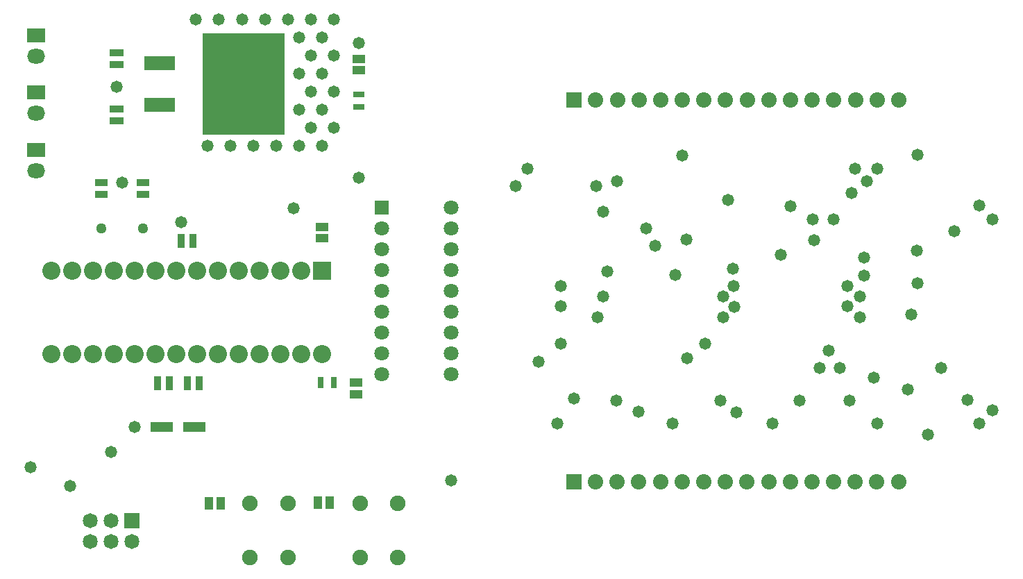
<source format=gts>
G04*
G04 #@! TF.GenerationSoftware,Altium Limited,Altium Designer,24.5.2 (23)*
G04*
G04 Layer_Color=8388736*
%FSLAX44Y44*%
%MOMM*%
G71*
G04*
G04 #@! TF.SameCoordinates,1EBED2E9-880A-465B-A16B-BDCA1ABA21D8*
G04*
G04*
G04 #@! TF.FilePolarity,Negative*
G04*
G01*
G75*
%ADD24R,1.6532X0.9532*%
%ADD25R,1.5532X1.0032*%
%ADD26R,2.7032X1.2032*%
%ADD27R,1.3532X0.7532*%
%ADD28R,0.7532X1.3532*%
%ADD29R,0.9532X1.6532*%
%ADD30R,1.5532X0.9532*%
%ADD31R,1.0032X1.5532*%
%ADD32R,3.7032X1.8032*%
%ADD33R,9.9532X12.4032*%
%ADD34R,1.8032X1.8032*%
%ADD35C,1.8032*%
%ADD36O,2.2032X1.8032*%
%ADD37R,2.2032X2.2032*%
%ADD38C,2.2032*%
%ADD39C,1.8732*%
%ADD40R,1.8732X1.8732*%
%ADD41C,1.9032*%
%ADD42C,1.8232*%
%ADD43R,1.8232X1.8232*%
%ADD44C,1.2782*%
%ADD45R,2.2032X1.8032*%
%ADD46C,1.4732*%
D24*
X154000Y631750D02*
D03*
Y646250D02*
D03*
X154000Y578250D02*
D03*
Y563750D02*
D03*
D25*
X405000Y420000D02*
D03*
Y434000D02*
D03*
X446000Y244000D02*
D03*
Y230000D02*
D03*
X450000Y625000D02*
D03*
Y639000D02*
D03*
D26*
X209000Y190000D02*
D03*
X249000D02*
D03*
D27*
X450000Y595750D02*
D03*
Y580250D02*
D03*
D28*
X418750Y244000D02*
D03*
X403250D02*
D03*
D29*
X240750Y243000D02*
D03*
X255250D02*
D03*
X247250Y417000D02*
D03*
X232750D02*
D03*
X218250Y243000D02*
D03*
X203750D02*
D03*
D30*
X186400Y488000D02*
D03*
Y474000D02*
D03*
X135600Y488000D02*
D03*
Y474000D02*
D03*
D31*
X267000Y97000D02*
D03*
X281000D02*
D03*
X400000Y98000D02*
D03*
X414000D02*
D03*
D32*
X206625Y582600D02*
D03*
Y633400D02*
D03*
D33*
X309375Y608000D02*
D03*
D34*
X477500Y457350D02*
D03*
D35*
Y431950D02*
D03*
Y406550D02*
D03*
Y381150D02*
D03*
Y355750D02*
D03*
Y330350D02*
D03*
Y304950D02*
D03*
Y279550D02*
D03*
Y254150D02*
D03*
X562500Y457350D02*
D03*
Y431950D02*
D03*
Y406550D02*
D03*
Y381150D02*
D03*
Y355750D02*
D03*
Y330350D02*
D03*
Y304950D02*
D03*
Y279550D02*
D03*
Y254150D02*
D03*
D36*
X56000Y572600D02*
D03*
X56000Y642600D02*
D03*
X56000Y502600D02*
D03*
D37*
X405100Y380800D02*
D03*
D38*
X379700D02*
D03*
X354300D02*
D03*
X328900D02*
D03*
X303500D02*
D03*
X278100D02*
D03*
X252700D02*
D03*
X227300D02*
D03*
X201900D02*
D03*
X176500D02*
D03*
X151100D02*
D03*
X125700D02*
D03*
X100300D02*
D03*
X74900D02*
D03*
X405100Y279200D02*
D03*
X379700D02*
D03*
X354300D02*
D03*
X328900D02*
D03*
X303500D02*
D03*
X278100D02*
D03*
X252700D02*
D03*
X227300D02*
D03*
X201900D02*
D03*
X176500D02*
D03*
X151100D02*
D03*
X125700D02*
D03*
X100300D02*
D03*
X74900D02*
D03*
D39*
X1108227Y588970D02*
D03*
X1081827D02*
D03*
X1055427D02*
D03*
X1029027D02*
D03*
X1002627D02*
D03*
X976227D02*
D03*
X949827D02*
D03*
X923427D02*
D03*
X897027D02*
D03*
X870627D02*
D03*
X844227D02*
D03*
X817827D02*
D03*
X791427D02*
D03*
X765027D02*
D03*
X738627D02*
D03*
X1108000Y123000D02*
D03*
X1081600D02*
D03*
X1055200D02*
D03*
X1028800D02*
D03*
X1002400D02*
D03*
X976000D02*
D03*
X949600D02*
D03*
X923200D02*
D03*
X896800D02*
D03*
X870400D02*
D03*
X844000D02*
D03*
X817600D02*
D03*
X791200D02*
D03*
X764800D02*
D03*
X738400D02*
D03*
D40*
X712227Y588970D02*
D03*
X712000Y123000D02*
D03*
D41*
X317000Y31000D02*
D03*
X363000D02*
D03*
X317000Y97000D02*
D03*
X363000D02*
D03*
X451000Y31000D02*
D03*
X497000D02*
D03*
X451000Y97000D02*
D03*
X497000D02*
D03*
D42*
X121600Y75700D02*
D03*
X172400Y50300D02*
D03*
X147000D02*
D03*
X121600D02*
D03*
X147000Y75700D02*
D03*
D43*
X172400D02*
D03*
D44*
X135600Y432000D02*
D03*
X186400D02*
D03*
D45*
X56000Y668000D02*
D03*
X56000Y598000D02*
D03*
Y528000D02*
D03*
D46*
X154000Y605000D02*
D03*
X176000Y190000D02*
D03*
X1003000Y443070D02*
D03*
X450000Y658000D02*
D03*
X233000Y440000D02*
D03*
X370000Y457000D02*
D03*
X265000Y533000D02*
D03*
X293000D02*
D03*
X321000D02*
D03*
X349000D02*
D03*
X377000D02*
D03*
X405000D02*
D03*
X377000Y577000D02*
D03*
X391000Y599000D02*
D03*
X419000D02*
D03*
X405000Y577000D02*
D03*
X391000Y555000D02*
D03*
X419000D02*
D03*
X405000Y621000D02*
D03*
X377000D02*
D03*
X419000Y643000D02*
D03*
X377000Y665000D02*
D03*
X391000Y643000D02*
D03*
X405000Y665000D02*
D03*
X419000Y687000D02*
D03*
X391000D02*
D03*
X363000D02*
D03*
X335000D02*
D03*
X307000D02*
D03*
X279000D02*
D03*
X251000D02*
D03*
X450000Y494000D02*
D03*
X655000Y505000D02*
D03*
X641000Y484000D02*
D03*
X747620Y452620D02*
D03*
X739000Y484000D02*
D03*
X161000Y488000D02*
D03*
X844000Y521000D02*
D03*
X1012000Y262000D02*
D03*
X1036000D02*
D03*
X836000Y375650D02*
D03*
X1176000Y429000D02*
D03*
X1023000Y283000D02*
D03*
X1046000Y337000D02*
D03*
X696000D02*
D03*
Y362000D02*
D03*
X850000Y274000D02*
D03*
X1160000Y262000D02*
D03*
X1119000Y236000D02*
D03*
X1078000Y250000D02*
D03*
X1048000Y222500D02*
D03*
X987000Y222000D02*
D03*
X910000Y208000D02*
D03*
X954000Y194000D02*
D03*
X1192000Y223000D02*
D03*
X1144000Y181000D02*
D03*
X1082000Y194000D02*
D03*
X562000Y125000D02*
D03*
X669000Y270000D02*
D03*
X696000Y292000D02*
D03*
X741000Y324000D02*
D03*
X894213Y323749D02*
D03*
X872000Y292000D02*
D03*
X692000Y194000D02*
D03*
X712000Y225000D02*
D03*
X764000Y222150D02*
D03*
X891000D02*
D03*
X791000Y209000D02*
D03*
X832000Y194000D02*
D03*
X97000Y118000D02*
D03*
X49000Y141000D02*
D03*
X147000Y160000D02*
D03*
X964140Y400140D02*
D03*
X1069000Y490000D02*
D03*
X1082000Y505000D02*
D03*
X1131000Y522000D02*
D03*
X765000Y490000D02*
D03*
X1055000Y505000D02*
D03*
X1051000Y475000D02*
D03*
X976000Y459000D02*
D03*
X900000Y467000D02*
D03*
X800257Y432611D02*
D03*
X849000Y419000D02*
D03*
X1005431Y418012D02*
D03*
X811000Y411000D02*
D03*
X1206535Y460511D02*
D03*
X1028996Y443068D02*
D03*
X1222665Y443270D02*
D03*
X1206634Y194000D02*
D03*
X1131073Y365427D02*
D03*
X1130750Y405250D02*
D03*
X1124000Y327000D02*
D03*
X1066000Y397000D02*
D03*
X753000Y380000D02*
D03*
X906000Y383000D02*
D03*
X908089Y336708D02*
D03*
X906910Y362234D02*
D03*
X893951Y349013D02*
D03*
X1223000Y210000D02*
D03*
X1066000Y375000D02*
D03*
X1060600Y324000D02*
D03*
Y349400D02*
D03*
X1046000Y362100D02*
D03*
X747400Y349400D02*
D03*
M02*

</source>
